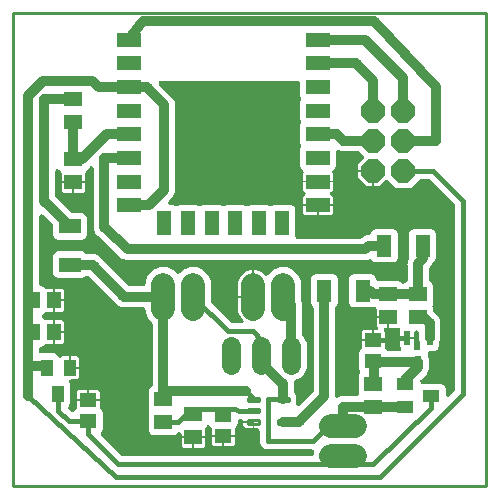
<source format=gbr>
G04 EAGLE Gerber RS-274X export*
G75*
%MOMM*%
%FSLAX34Y34*%
%LPD*%
%INTop Copper*%
%IPPOS*%
%AMOC8*
5,1,8,0,0,1.08239X$1,22.5*%
G01*
G04 Define Apertures*
%ADD10R,2.000000X1.200000*%
%ADD11R,1.200000X2.000000*%
%ADD12R,0.624800X1.223500*%
%ADD13R,1.500000X1.300000*%
%ADD14R,1.465300X1.164600*%
%ADD15R,1.400000X1.000000*%
%ADD16C,0.295000*%
%ADD17R,1.274700X1.850000*%
%ADD18R,1.850000X1.274700*%
%ADD19P,2.1821X8X112.5*%
%ADD20C,2.016000*%
%ADD21R,1.164600X1.465300*%
%ADD22R,1.000000X1.400000*%
%ADD23C,1.600000*%
%ADD24C,0.812800*%
%ADD25C,0.400000*%
%ADD26C,0.406400*%
%ADD27C,0.254000*%
G36*
X253001Y25161D02*
X252208Y25000D01*
X92686Y25000D01*
X91924Y25149D01*
X91250Y25595D01*
X74347Y42498D01*
X73925Y43113D01*
X73752Y43903D01*
X73900Y44698D01*
X74347Y45372D01*
X75065Y46091D01*
X75827Y47928D01*
X75827Y61564D01*
X75065Y63401D01*
X73962Y64505D01*
X73527Y65149D01*
X73367Y65942D01*
X73367Y71492D01*
X53634Y71492D01*
X53634Y65942D01*
X53485Y65179D01*
X53038Y64505D01*
X51851Y63317D01*
X51593Y62917D01*
X50933Y62450D01*
X50143Y62276D01*
X49348Y62424D01*
X48674Y62871D01*
X46845Y64700D01*
X46423Y65315D01*
X46250Y66104D01*
X46398Y66899D01*
X46845Y67574D01*
X47339Y68068D01*
X48100Y69905D01*
X48100Y85895D01*
X47414Y87550D01*
X47261Y88263D01*
X47396Y89061D01*
X47832Y89742D01*
X48499Y90199D01*
X49291Y90360D01*
X53652Y90360D01*
X55140Y91848D01*
X55140Y99138D01*
X46838Y99138D01*
X46838Y109440D01*
X41548Y109440D01*
X41161Y109053D01*
X40561Y108639D01*
X39773Y108459D01*
X38977Y108601D01*
X38299Y109042D01*
X37847Y109713D01*
X37839Y109732D01*
X36432Y111139D01*
X34595Y111900D01*
X23796Y111900D01*
X23064Y112037D01*
X22382Y112472D01*
X21925Y113139D01*
X21764Y113932D01*
X21764Y115642D01*
X21901Y116374D01*
X22336Y117055D01*
X23003Y117513D01*
X23144Y117541D01*
X25301Y118435D01*
X26405Y119538D01*
X27049Y119973D01*
X27842Y120134D01*
X33392Y120134D01*
X33392Y139867D01*
X27842Y139867D01*
X27079Y140015D01*
X26405Y140462D01*
X25277Y141590D01*
X24739Y141934D01*
X24266Y142589D01*
X24086Y143378D01*
X24228Y144174D01*
X24670Y144852D01*
X25270Y145257D01*
X26405Y146391D01*
X27049Y146826D01*
X27842Y146987D01*
X33392Y146987D01*
X33392Y166720D01*
X27842Y166720D01*
X27079Y166868D01*
X26405Y167315D01*
X25301Y168418D01*
X23191Y169292D01*
X23064Y169316D01*
X22382Y169752D01*
X21925Y170419D01*
X21764Y171212D01*
X21764Y227915D01*
X21889Y228617D01*
X22314Y229305D01*
X22974Y229773D01*
X23764Y229947D01*
X24559Y229798D01*
X25233Y229352D01*
X33155Y221430D01*
X33589Y220785D01*
X33750Y219993D01*
X33750Y212035D01*
X34511Y210197D01*
X35918Y208791D01*
X37755Y208030D01*
X58245Y208030D01*
X60082Y208791D01*
X61489Y210197D01*
X62250Y212035D01*
X62250Y226771D01*
X61489Y228609D01*
X60082Y230015D01*
X58245Y230777D01*
X50287Y230777D01*
X49524Y230925D01*
X48850Y231372D01*
X35759Y244462D01*
X35325Y245107D01*
X35164Y245899D01*
X35164Y266061D01*
X35284Y266748D01*
X35703Y267439D01*
X36359Y267912D01*
X37147Y268092D01*
X37944Y267950D01*
X38621Y267509D01*
X39038Y266891D01*
X40165Y265764D01*
X40599Y265120D01*
X40760Y264327D01*
X40760Y257962D01*
X60840Y257962D01*
X60840Y264327D01*
X60989Y265090D01*
X61435Y265764D01*
X62539Y266868D01*
X63204Y268473D01*
X63644Y269133D01*
X64467Y269955D01*
X65052Y270363D01*
X65839Y270549D01*
X66637Y270414D01*
X67318Y269978D01*
X67775Y269311D01*
X67936Y268519D01*
X67936Y221036D01*
X67887Y220771D01*
X67935Y218886D01*
X67936Y218834D01*
X67936Y217052D01*
X68660Y215424D01*
X68680Y215376D01*
X69362Y213730D01*
X70654Y212503D01*
X70691Y212467D01*
X72025Y211133D01*
X72251Y210986D01*
X90630Y193527D01*
X90667Y193490D01*
X91927Y192230D01*
X93590Y191591D01*
X93639Y191572D01*
X95285Y190890D01*
X97066Y190935D01*
X97118Y190936D01*
X299900Y190936D01*
X301238Y191490D01*
X301983Y191645D01*
X302778Y191496D01*
X303453Y191050D01*
X304791Y189711D01*
X306629Y188950D01*
X321365Y188950D01*
X323203Y189711D01*
X324609Y191118D01*
X325371Y192955D01*
X325371Y213445D01*
X324609Y215282D01*
X323203Y216689D01*
X321365Y217450D01*
X306629Y217450D01*
X304791Y216689D01*
X303385Y215282D01*
X302654Y213518D01*
X302236Y212882D01*
X301569Y212425D01*
X300777Y212264D01*
X299494Y212264D01*
X296163Y210884D01*
X294938Y209659D01*
X294293Y209225D01*
X293501Y209064D01*
X240772Y209064D01*
X240055Y209195D01*
X239370Y209625D01*
X238907Y210288D01*
X238740Y211080D01*
X238800Y211388D01*
X238800Y233635D01*
X238039Y235472D01*
X236632Y236879D01*
X234795Y237640D01*
X220805Y237640D01*
X218656Y236750D01*
X218622Y236727D01*
X217832Y236553D01*
X217037Y236701D01*
X216998Y236727D01*
X214795Y237640D01*
X200805Y237640D01*
X198656Y236750D01*
X198622Y236727D01*
X197832Y236553D01*
X197037Y236701D01*
X196998Y236727D01*
X194795Y237640D01*
X180805Y237640D01*
X178656Y236750D01*
X178622Y236727D01*
X177832Y236553D01*
X177037Y236701D01*
X176998Y236727D01*
X174795Y237640D01*
X160805Y237640D01*
X158656Y236750D01*
X158622Y236727D01*
X157832Y236553D01*
X157037Y236701D01*
X156998Y236727D01*
X154795Y237640D01*
X140805Y237640D01*
X138656Y236750D01*
X138622Y236727D01*
X137832Y236553D01*
X137037Y236701D01*
X136998Y236727D01*
X134795Y237640D01*
X133064Y237640D01*
X132362Y237765D01*
X131674Y238190D01*
X131206Y238850D01*
X131032Y239640D01*
X131181Y240435D01*
X131627Y241109D01*
X135384Y244866D01*
X136764Y248197D01*
X136764Y324407D01*
X135384Y327738D01*
X123691Y339431D01*
X123283Y340016D01*
X123097Y340803D01*
X123233Y341601D01*
X123669Y342282D01*
X124336Y342739D01*
X125128Y342900D01*
X240768Y342900D01*
X241501Y342763D01*
X242182Y342328D01*
X242639Y341661D01*
X242800Y340868D01*
X242800Y330445D01*
X243690Y328296D01*
X243713Y328262D01*
X243887Y327472D01*
X243739Y326677D01*
X243713Y326638D01*
X242800Y324435D01*
X242800Y310445D01*
X243690Y308296D01*
X243713Y308262D01*
X243887Y307472D01*
X243739Y306677D01*
X243713Y306638D01*
X242800Y304435D01*
X242800Y290445D01*
X243690Y288296D01*
X243713Y288262D01*
X243887Y287472D01*
X243739Y286677D01*
X243713Y286638D01*
X242800Y284435D01*
X242800Y270445D01*
X243561Y268608D01*
X245032Y267137D01*
X245453Y266523D01*
X245627Y265733D01*
X245478Y264938D01*
X245260Y264609D01*
X245260Y258202D01*
X270340Y258202D01*
X270340Y264597D01*
X270147Y264878D01*
X269974Y265668D01*
X270122Y266463D01*
X270568Y267137D01*
X272039Y268608D01*
X272800Y270445D01*
X272800Y281982D01*
X272931Y282699D01*
X273361Y283384D01*
X274025Y283847D01*
X274816Y284014D01*
X275610Y283859D01*
X277597Y283036D01*
X291696Y283036D01*
X292459Y282887D01*
X293133Y282441D01*
X296476Y279097D01*
X296898Y278483D01*
X297071Y277693D01*
X296923Y276898D01*
X296476Y276224D01*
X292180Y271927D01*
X292180Y267462D01*
X305562Y267462D01*
X305562Y254080D01*
X310027Y254080D01*
X314324Y258376D01*
X314938Y258798D01*
X315728Y258971D01*
X316523Y258823D01*
X317197Y258376D01*
X323954Y251620D01*
X336446Y251620D01*
X343931Y259105D01*
X344575Y259539D01*
X345368Y259700D01*
X351859Y259700D01*
X352621Y259551D01*
X353296Y259105D01*
X373405Y238996D01*
X373839Y238351D01*
X374000Y237559D01*
X374000Y81483D01*
X373851Y80720D01*
X373405Y80046D01*
X369369Y76010D01*
X368784Y75602D01*
X367997Y75416D01*
X367200Y75552D01*
X366518Y75987D01*
X366061Y76654D01*
X365900Y77447D01*
X365900Y82195D01*
X365139Y84032D01*
X363732Y85439D01*
X361895Y86200D01*
X346564Y86200D01*
X345862Y86325D01*
X345174Y86750D01*
X344706Y87410D01*
X344532Y88200D01*
X344681Y88995D01*
X345127Y89669D01*
X348410Y92951D01*
X348693Y93141D01*
X350426Y94873D01*
X350567Y95085D01*
X351964Y98457D01*
X351964Y102297D01*
X352024Y102788D01*
X352131Y103215D01*
X351986Y104184D01*
X351964Y104484D01*
X351964Y105463D01*
X351919Y105572D01*
X351764Y106350D01*
X351764Y106803D01*
X351596Y107209D01*
X351463Y107687D01*
X351399Y108121D01*
X351314Y108262D01*
X351024Y109308D01*
X351024Y110772D01*
X350924Y111013D01*
X350771Y111726D01*
X350906Y112523D01*
X351342Y113204D01*
X352009Y113662D01*
X352802Y113823D01*
X356519Y113823D01*
X358356Y114584D01*
X359763Y115990D01*
X360524Y117828D01*
X360524Y120464D01*
X360679Y121241D01*
X361464Y123137D01*
X361464Y139443D01*
X360084Y142774D01*
X355995Y146863D01*
X355561Y147508D01*
X355400Y148300D01*
X355400Y150395D01*
X354891Y151622D01*
X354737Y152384D01*
X354891Y153178D01*
X355400Y154405D01*
X355400Y169395D01*
X354639Y171232D01*
X353232Y172639D01*
X353218Y172645D01*
X352582Y173062D01*
X352125Y173729D01*
X351964Y174522D01*
X351964Y183896D01*
X352314Y185035D01*
X353314Y186512D01*
X353560Y186809D01*
X354087Y187337D01*
X354345Y187960D01*
X354540Y188322D01*
X355105Y189156D01*
X355351Y189453D01*
X357015Y191118D01*
X357777Y192955D01*
X357777Y213445D01*
X357015Y215282D01*
X355609Y216689D01*
X353771Y217450D01*
X339035Y217450D01*
X337197Y216689D01*
X335791Y215282D01*
X335030Y213445D01*
X335030Y192551D01*
X334969Y192551D01*
X335013Y192105D01*
X334702Y191359D01*
X334385Y190891D01*
X334234Y190160D01*
X334121Y189792D01*
X333836Y189103D01*
X333836Y188429D01*
X333794Y188019D01*
X333659Y187359D01*
X333799Y186627D01*
X333836Y186243D01*
X333836Y174522D01*
X333694Y173774D01*
X333252Y173097D01*
X332582Y172645D01*
X332568Y172639D01*
X331637Y171708D01*
X331022Y171287D01*
X330232Y171113D01*
X329437Y171261D01*
X328763Y171708D01*
X327832Y172639D01*
X325995Y173400D01*
X309009Y173400D01*
X308276Y173537D01*
X307595Y173972D01*
X307137Y174639D01*
X307011Y175261D01*
X306215Y177182D01*
X304809Y178589D01*
X302971Y179350D01*
X288235Y179350D01*
X286397Y178589D01*
X284991Y177182D01*
X284230Y175345D01*
X284230Y154855D01*
X284991Y153018D01*
X286397Y151611D01*
X288235Y150850D01*
X302971Y150850D01*
X304650Y151546D01*
X305363Y151699D01*
X306161Y151564D01*
X306842Y151128D01*
X307299Y150461D01*
X307460Y149668D01*
X307460Y143662D01*
X318262Y143662D01*
X318262Y133860D01*
X325704Y133860D01*
X326437Y133723D01*
X327118Y133288D01*
X327575Y132621D01*
X327736Y131828D01*
X327736Y125702D01*
X339064Y125702D01*
X339064Y129368D01*
X339201Y130101D01*
X339636Y130782D01*
X340303Y131239D01*
X341096Y131400D01*
X341304Y131400D01*
X342037Y131263D01*
X342718Y130828D01*
X343175Y130161D01*
X343336Y129368D01*
X343336Y123137D01*
X344121Y121241D01*
X344276Y120464D01*
X344276Y117828D01*
X344376Y117587D01*
X344529Y116874D01*
X344394Y116077D01*
X343958Y115396D01*
X343291Y114938D01*
X342498Y114778D01*
X340977Y114778D01*
X340275Y114903D01*
X339586Y115328D01*
X339119Y115987D01*
X338945Y116777D01*
X339064Y117415D01*
X339064Y124178D01*
X327736Y124178D01*
X327736Y117770D01*
X327974Y117533D01*
X328382Y116948D01*
X328568Y116161D01*
X328432Y115364D01*
X327996Y114682D01*
X327329Y114225D01*
X326537Y114064D01*
X317344Y114064D01*
X316582Y114213D01*
X315907Y114659D01*
X315262Y115305D01*
X314827Y115949D01*
X314667Y116742D01*
X314667Y122292D01*
X294934Y122292D01*
X294934Y116742D01*
X294785Y115979D01*
X294338Y115305D01*
X293235Y114201D01*
X292474Y112364D01*
X292474Y98728D01*
X293211Y96949D01*
X293365Y96187D01*
X293211Y95393D01*
X292300Y93195D01*
X292300Y77866D01*
X292301Y77861D01*
X292300Y77854D01*
X292300Y77801D01*
X292291Y77801D01*
X292166Y77064D01*
X291730Y76382D01*
X291063Y75925D01*
X290270Y75764D01*
X277597Y75764D01*
X275071Y74718D01*
X274358Y74564D01*
X273561Y74699D01*
X272879Y75135D01*
X272422Y75802D01*
X272261Y76595D01*
X272261Y150628D01*
X272410Y151390D01*
X272856Y152065D01*
X273809Y153018D01*
X274571Y154855D01*
X274571Y175345D01*
X273809Y177182D01*
X272403Y178589D01*
X270565Y179350D01*
X255829Y179350D01*
X253991Y178589D01*
X252585Y177182D01*
X251824Y175345D01*
X251824Y154855D01*
X252585Y153018D01*
X253538Y152065D01*
X253972Y151420D01*
X254133Y150628D01*
X254133Y80093D01*
X253984Y79331D01*
X253538Y78656D01*
X242751Y67869D01*
X242180Y67468D01*
X241395Y67275D01*
X240596Y67405D01*
X239912Y67835D01*
X239449Y68498D01*
X239282Y69290D01*
X239436Y70083D01*
X239500Y70237D01*
X239500Y75763D01*
X238514Y78143D01*
X238109Y78548D01*
X237675Y79192D01*
X237514Y79985D01*
X237514Y87447D01*
X237657Y88194D01*
X238098Y88872D01*
X238768Y89324D01*
X242764Y90979D01*
X246421Y94636D01*
X248400Y99414D01*
X248400Y120586D01*
X246421Y125364D01*
X245059Y126726D01*
X244625Y127370D01*
X244464Y128162D01*
X244464Y155003D01*
X243835Y156522D01*
X243680Y157300D01*
X243680Y173080D01*
X241384Y178622D01*
X237142Y182864D01*
X231600Y185160D01*
X225600Y185160D01*
X220058Y182864D01*
X215597Y178404D01*
X214983Y177982D01*
X214193Y177809D01*
X213398Y177957D01*
X212724Y178404D01*
X210349Y180779D01*
X205710Y182700D01*
X203962Y182700D01*
X203962Y159238D01*
X190580Y159238D01*
X190580Y147410D01*
X192501Y142771D01*
X194240Y141033D01*
X194648Y140448D01*
X194834Y139661D01*
X194698Y138864D01*
X194263Y138182D01*
X193596Y137725D01*
X192803Y137564D01*
X185622Y137564D01*
X184860Y137713D01*
X184186Y138159D01*
X168075Y154270D01*
X167641Y154914D01*
X167480Y155706D01*
X167480Y173080D01*
X165184Y178622D01*
X160942Y182864D01*
X155400Y185160D01*
X149400Y185160D01*
X143858Y182864D01*
X141137Y180143D01*
X140522Y179722D01*
X139732Y179548D01*
X138937Y179697D01*
X138263Y180143D01*
X135542Y182864D01*
X130000Y185160D01*
X124000Y185160D01*
X118458Y182864D01*
X114216Y178622D01*
X111920Y173080D01*
X111920Y171096D01*
X111783Y170364D01*
X111348Y169682D01*
X110681Y169225D01*
X109888Y169064D01*
X98596Y169064D01*
X97834Y169213D01*
X97159Y169659D01*
X72137Y194681D01*
X68806Y196061D01*
X62472Y196061D01*
X61710Y196210D01*
X61035Y196656D01*
X60082Y197609D01*
X58245Y198371D01*
X37755Y198371D01*
X35918Y197609D01*
X34511Y196203D01*
X33750Y194365D01*
X33750Y179629D01*
X34511Y177791D01*
X35918Y176385D01*
X37755Y175624D01*
X58245Y175624D01*
X60082Y176385D01*
X61003Y177305D01*
X61617Y177727D01*
X62407Y177900D01*
X63202Y177752D01*
X63876Y177305D01*
X88866Y152316D01*
X92197Y150936D01*
X109888Y150936D01*
X110621Y150799D01*
X111302Y150364D01*
X111759Y149697D01*
X111920Y148904D01*
X111920Y146920D01*
X114216Y141378D01*
X117341Y138253D01*
X117775Y137609D01*
X117936Y136816D01*
X117936Y85622D01*
X117794Y84874D01*
X117352Y84197D01*
X116682Y83745D01*
X116668Y83739D01*
X115261Y82332D01*
X114500Y80495D01*
X114500Y65505D01*
X115009Y64278D01*
X115163Y63516D01*
X115009Y62722D01*
X114500Y61495D01*
X114500Y46505D01*
X115261Y44668D01*
X116668Y43261D01*
X118505Y42500D01*
X135495Y42500D01*
X137332Y43261D01*
X138891Y44820D01*
X139476Y45228D01*
X140263Y45414D01*
X141061Y45279D01*
X141742Y44843D01*
X142199Y44176D01*
X142360Y43383D01*
X142360Y42062D01*
X162440Y42062D01*
X162440Y48427D01*
X162589Y49190D01*
X163035Y49864D01*
X163715Y50544D01*
X164330Y50966D01*
X165120Y51139D01*
X165915Y50991D01*
X166589Y50544D01*
X167338Y49795D01*
X167773Y49151D01*
X167934Y48358D01*
X167934Y42808D01*
X187667Y42808D01*
X187667Y48358D01*
X187815Y49121D01*
X188262Y49795D01*
X189365Y50899D01*
X190127Y52736D01*
X190127Y54422D01*
X190285Y55208D01*
X190740Y55876D01*
X191419Y56315D01*
X191482Y56325D01*
X191590Y56367D01*
X192314Y56500D01*
X192728Y56500D01*
X193461Y56363D01*
X194142Y55928D01*
X194599Y55261D01*
X194700Y54762D01*
X204112Y54762D01*
X204112Y48510D01*
X206468Y48510D01*
X207201Y48373D01*
X207882Y47938D01*
X208339Y47271D01*
X208500Y46478D01*
X208500Y39980D01*
X208468Y39819D01*
X208468Y36701D01*
X209539Y34117D01*
X211517Y32139D01*
X214101Y31068D01*
X252304Y31068D01*
X253022Y30937D01*
X253706Y30507D01*
X254169Y29843D01*
X254336Y29052D01*
X254240Y28559D01*
X254240Y27032D01*
X254103Y26300D01*
X253668Y25618D01*
X253001Y25161D01*
G37*
%LPC*%
G36*
X299573Y254080D02*
X304038Y254080D01*
X304038Y265938D01*
X292180Y265938D01*
X292180Y261473D01*
X299573Y254080D01*
G37*
G36*
X245260Y238202D02*
X270340Y238202D01*
X270340Y244492D01*
X268829Y246003D01*
X268408Y246618D01*
X268234Y247408D01*
X268382Y248203D01*
X268829Y248877D01*
X270340Y250388D01*
X270340Y256678D01*
X245260Y256678D01*
X245260Y250388D01*
X246771Y248877D01*
X247192Y248262D01*
X247366Y247472D01*
X247218Y246677D01*
X246771Y246003D01*
X245260Y244492D01*
X245260Y238202D01*
G37*
G36*
X42248Y248160D02*
X50038Y248160D01*
X50038Y256438D01*
X40760Y256438D01*
X40760Y249648D01*
X42248Y248160D01*
G37*
G36*
X51562Y248160D02*
X59352Y248160D01*
X60840Y249648D01*
X60840Y256438D01*
X51562Y256438D01*
X51562Y248160D01*
G37*
G36*
X246748Y228900D02*
X257038Y228900D01*
X257038Y236678D01*
X245260Y236678D01*
X245260Y230388D01*
X246748Y228900D01*
G37*
G36*
X258562Y228900D02*
X268852Y228900D01*
X270340Y230388D01*
X270340Y236678D01*
X258562Y236678D01*
X258562Y228900D01*
G37*
G36*
X190580Y160762D02*
X202438Y160762D01*
X202438Y182700D01*
X200690Y182700D01*
X196051Y180779D01*
X192501Y177229D01*
X190580Y172590D01*
X190580Y160762D01*
G37*
G36*
X34916Y157615D02*
X42517Y157615D01*
X42517Y165232D01*
X41029Y166720D01*
X34916Y166720D01*
X34916Y157615D01*
G37*
G36*
X34916Y146987D02*
X41029Y146987D01*
X42517Y148474D01*
X42517Y156091D01*
X34916Y156091D01*
X34916Y146987D01*
G37*
G36*
X305562Y123816D02*
X314667Y123816D01*
X314667Y129929D01*
X314204Y130391D01*
X313796Y130976D01*
X313610Y131763D01*
X313746Y132561D01*
X314182Y133242D01*
X314849Y133699D01*
X315641Y133860D01*
X316738Y133860D01*
X316738Y142138D01*
X307460Y142138D01*
X307460Y135348D01*
X307922Y134886D01*
X308330Y134301D01*
X308516Y133514D01*
X308381Y132717D01*
X307945Y132035D01*
X307278Y131578D01*
X306485Y131417D01*
X305562Y131417D01*
X305562Y123816D01*
G37*
G36*
X34916Y130762D02*
X42517Y130762D01*
X42517Y138379D01*
X41029Y139867D01*
X34916Y139867D01*
X34916Y130762D01*
G37*
G36*
X294934Y123816D02*
X304038Y123816D01*
X304038Y131417D01*
X296421Y131417D01*
X294934Y129929D01*
X294934Y123816D01*
G37*
G36*
X34916Y120134D02*
X41029Y120134D01*
X42517Y121621D01*
X42517Y129238D01*
X34916Y129238D01*
X34916Y120134D01*
G37*
G36*
X48362Y100662D02*
X55140Y100662D01*
X55140Y107952D01*
X53652Y109440D01*
X48362Y109440D01*
X48362Y100662D01*
G37*
G36*
X53634Y73016D02*
X62738Y73016D01*
X62738Y80617D01*
X55121Y80617D01*
X53634Y79129D01*
X53634Y73016D01*
G37*
G36*
X64262Y73016D02*
X73367Y73016D01*
X73367Y79129D01*
X71879Y80617D01*
X64262Y80617D01*
X64262Y73016D01*
G37*
G36*
X197112Y48510D02*
X202588Y48510D01*
X202588Y53238D01*
X194760Y53238D01*
X194760Y50862D01*
X197112Y48510D01*
G37*
G36*
X178562Y33683D02*
X186179Y33683D01*
X187667Y35171D01*
X187667Y41284D01*
X178562Y41284D01*
X178562Y33683D01*
G37*
G36*
X169421Y33683D02*
X177038Y33683D01*
X177038Y41284D01*
X167934Y41284D01*
X167934Y35171D01*
X169421Y33683D01*
G37*
G36*
X153162Y32260D02*
X160952Y32260D01*
X162440Y33748D01*
X162440Y40538D01*
X153162Y40538D01*
X153162Y32260D01*
G37*
G36*
X143848Y32260D02*
X151638Y32260D01*
X151638Y40538D01*
X142360Y40538D01*
X142360Y33748D01*
X143848Y32260D01*
G37*
%LPD*%
D10*
X257800Y237440D03*
X257800Y257440D03*
X257800Y277440D03*
X257800Y297440D03*
X257800Y317440D03*
X257800Y337440D03*
X257800Y357440D03*
X257800Y377440D03*
X97800Y377440D03*
X97800Y337440D03*
X97800Y357440D03*
X97800Y317440D03*
X97800Y297440D03*
X97800Y277440D03*
X97800Y257440D03*
X97800Y237440D03*
D11*
X227800Y222640D03*
X207800Y222640D03*
X187800Y222640D03*
X167800Y222640D03*
X147800Y222640D03*
X127800Y222640D03*
D12*
X352400Y124940D03*
X333400Y124940D03*
X342900Y103660D03*
D13*
X127000Y73000D03*
X127000Y54000D03*
D14*
X177800Y59554D03*
X177800Y42046D03*
D15*
X353900Y76200D03*
X331900Y66700D03*
X331900Y85700D03*
D16*
X207925Y71525D02*
X198775Y71525D01*
X198775Y74475D01*
X207925Y74475D01*
X207925Y71525D01*
X207925Y74327D02*
X198775Y74327D01*
X198775Y62025D02*
X207925Y62025D01*
X198775Y62025D02*
X198775Y64975D01*
X207925Y64975D01*
X207925Y62025D01*
X207925Y64827D02*
X198775Y64827D01*
X198775Y52525D02*
X207925Y52525D01*
X198775Y52525D02*
X198775Y55475D01*
X207925Y55475D01*
X207925Y52525D01*
X207925Y55327D02*
X198775Y55327D01*
X223875Y52525D02*
X233025Y52525D01*
X223875Y52525D02*
X223875Y55475D01*
X233025Y55475D01*
X233025Y52525D01*
X233025Y55327D02*
X223875Y55327D01*
X223875Y71525D02*
X233025Y71525D01*
X223875Y71525D02*
X223875Y74475D01*
X233025Y74475D01*
X233025Y71525D01*
X233025Y74327D02*
X223875Y74327D01*
D13*
X152400Y41300D03*
X152400Y60300D03*
X342900Y161900D03*
X342900Y142900D03*
X317500Y142900D03*
X317500Y161900D03*
X304800Y85700D03*
X304800Y66700D03*
D14*
X304800Y105546D03*
X304800Y123054D03*
D17*
X295603Y165100D03*
X263197Y165100D03*
X346403Y203200D03*
X313997Y203200D03*
D18*
X48000Y219403D03*
X48000Y186997D03*
D13*
X50800Y308000D03*
X50800Y327000D03*
X50800Y257200D03*
X50800Y276200D03*
D19*
X304800Y266700D03*
X330200Y266700D03*
X304800Y292100D03*
X330200Y292100D03*
X304800Y317500D03*
X330200Y317500D03*
D20*
X203200Y170080D02*
X203200Y149920D01*
X228600Y149920D02*
X228600Y170080D01*
X127000Y170080D02*
X127000Y149920D01*
X152400Y149920D02*
X152400Y170080D01*
D14*
X63500Y54746D03*
X63500Y72254D03*
D21*
X16646Y156853D03*
X34154Y156853D03*
D20*
X269320Y50800D02*
X289480Y50800D01*
X289480Y25400D02*
X269320Y25400D01*
D22*
X38100Y77900D03*
X28600Y99900D03*
X47600Y99900D03*
D21*
X16646Y130000D03*
X34154Y130000D03*
D23*
X235400Y118000D02*
X235400Y102000D01*
X210000Y102000D02*
X210000Y118000D01*
X184600Y118000D02*
X184600Y102000D01*
D24*
X304800Y66700D02*
X331900Y66700D01*
X292100Y66700D02*
X279400Y66700D01*
X292100Y66700D02*
X304800Y66700D01*
D25*
X228450Y73000D02*
X215500Y73000D01*
X215500Y38100D01*
D24*
X279400Y50800D02*
X279400Y66700D01*
X210000Y104150D02*
X210000Y110000D01*
X228450Y85700D02*
X228450Y73000D01*
X228450Y85700D02*
X210000Y104150D01*
D26*
X181868Y130532D02*
X152400Y160000D01*
X181868Y130532D02*
X202491Y130532D01*
X210000Y123023D02*
X210000Y110000D01*
X210000Y123023D02*
X202491Y130532D01*
X266700Y50800D02*
X279400Y50800D01*
X266700Y50800D02*
X254000Y38100D01*
X215500Y38100D01*
D25*
X332700Y125000D02*
X333400Y124940D01*
D26*
X177800Y42046D02*
X177054Y41300D01*
X317500Y123054D02*
X319446Y125000D01*
X317500Y123054D02*
X304800Y123054D01*
X319446Y125000D02*
X332700Y125000D01*
D24*
X196647Y79703D02*
X127000Y79703D01*
D25*
X196647Y79703D02*
X203350Y73000D01*
D24*
X127000Y79703D02*
X127000Y160000D01*
X67003Y186997D02*
X48000Y186997D01*
X67003Y186997D02*
X94000Y160000D01*
X127000Y160000D01*
X127000Y79703D02*
X127000Y73000D01*
D25*
X155000Y65000D02*
X180000Y65000D01*
X187300Y65000D01*
X190650Y63500D02*
X203350Y63500D01*
X190650Y63500D02*
X187300Y65000D01*
X155000Y65000D02*
X152400Y60300D01*
X180000Y60000D02*
X180000Y65000D01*
X180000Y60000D02*
X177800Y59554D01*
X152400Y60300D02*
X146000Y60300D01*
X139700Y54000D01*
X127000Y54000D01*
D24*
X347140Y142900D02*
X352400Y137640D01*
X347140Y142900D02*
X342900Y142900D01*
X352400Y137640D02*
X352400Y124940D01*
X342900Y103660D02*
X342900Y100260D01*
X331900Y89260D01*
X331900Y85700D01*
X305000Y85900D02*
X305000Y105000D01*
X305000Y85900D02*
X304800Y85700D01*
X305000Y105000D02*
X342700Y105000D01*
X342900Y103660D01*
D25*
X305000Y105000D02*
X304800Y105546D01*
D24*
X127700Y250000D02*
X115140Y237440D01*
X97800Y237440D01*
X127700Y250000D02*
X127700Y322604D01*
X112864Y337440D01*
X97800Y337440D01*
X25400Y342900D02*
X12700Y330200D01*
X25400Y342900D02*
X66940Y342900D01*
X72400Y337440D02*
X97800Y337440D01*
X72400Y337440D02*
X66940Y342900D01*
X12700Y152400D02*
X12700Y127000D01*
X12700Y114300D01*
D25*
X355600Y266700D02*
X381000Y241300D01*
D24*
X12700Y114300D02*
X12700Y101600D01*
X12700Y76200D01*
D25*
X86900Y7000D01*
X310258Y7000D01*
X381000Y77742D01*
X381000Y241300D01*
X355600Y266700D02*
X330200Y266700D01*
X16646Y156346D02*
X12700Y152400D01*
X16646Y156346D02*
X16646Y156853D01*
D24*
X12700Y152400D02*
X12700Y330200D01*
D26*
X26900Y101600D02*
X28600Y99900D01*
D24*
X26900Y101600D02*
X12700Y101600D01*
D26*
X13646Y127000D02*
X16646Y130000D01*
X13646Y127000D02*
X12700Y127000D01*
D24*
X295703Y165000D02*
X302300Y165000D01*
X304800Y161900D02*
X317500Y161900D01*
X304800Y161900D02*
X302300Y165000D01*
D25*
X295703Y165000D02*
X295603Y165100D01*
D24*
X317500Y161900D02*
X342900Y161900D01*
X346403Y192471D02*
X346403Y203200D01*
X346403Y192471D02*
X342900Y187300D01*
X342900Y161900D01*
X97800Y277440D02*
X77000Y277440D01*
X301297Y203200D02*
X313997Y203200D01*
X301297Y203200D02*
X298097Y200000D01*
X96976Y200000D01*
X77000Y218976D02*
X77000Y277440D01*
X77000Y218976D02*
X96976Y200000D01*
X241700Y54000D02*
X263197Y75497D01*
X263197Y165100D01*
X241700Y54000D02*
X228450Y54000D01*
X50800Y327000D02*
X26100Y327000D01*
X26100Y243900D01*
X26100Y241303D02*
X48000Y219403D01*
X26100Y241303D02*
X26100Y243900D01*
X50800Y276200D02*
X50800Y308000D01*
X79133Y297440D02*
X57893Y276200D01*
X50800Y276200D01*
X79133Y297440D02*
X97800Y297440D01*
X297960Y377440D02*
X330200Y345200D01*
X297960Y377440D02*
X257800Y377440D01*
X330200Y345200D02*
X330200Y317500D01*
X304800Y342900D02*
X290260Y357440D01*
X257800Y357440D01*
X304800Y342900D02*
X304800Y317500D01*
X357700Y337700D02*
X357700Y292100D01*
X110004Y393000D02*
X97800Y377800D01*
X97800Y377440D01*
X330200Y292100D02*
X357700Y292100D01*
X357700Y337700D02*
X305396Y393000D01*
X110004Y393000D01*
X257800Y297440D02*
X274060Y297440D01*
X279400Y292100D01*
X304800Y292100D01*
D25*
X353900Y76200D02*
X353900Y66100D01*
X304800Y18000D01*
X279400Y18000D02*
X88900Y18000D01*
X279400Y18000D02*
X292100Y18000D01*
X304800Y18000D01*
X279400Y18000D02*
X279400Y25400D01*
D26*
X88900Y18000D02*
X63500Y43400D01*
X63500Y54746D01*
X38100Y63500D02*
X38100Y77900D01*
X38100Y63500D02*
X46854Y54746D01*
X63500Y54746D01*
D24*
X235400Y110000D02*
X235400Y153200D01*
X228600Y160000D01*
D27*
X0Y0D02*
X400000Y0D01*
X400000Y400000D01*
X0Y400000D01*
X0Y0D01*
M02*

</source>
